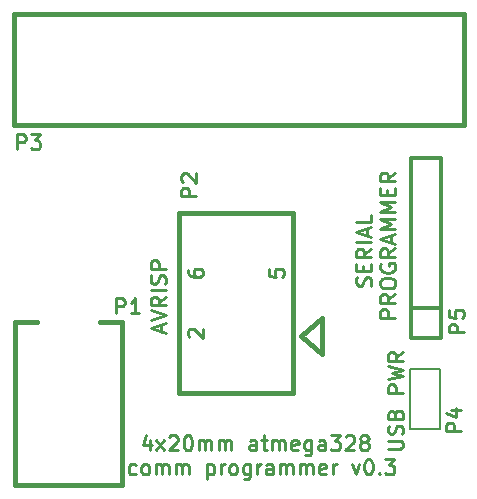
<source format=gto>
G04 (created by PCBNEW (2013-jul-07)-stable) date Tue 18 Aug 2015 02:36:46 PM PDT*
%MOIN*%
G04 Gerber Fmt 3.4, Leading zero omitted, Abs format*
%FSLAX34Y34*%
G01*
G70*
G90*
G04 APERTURE LIST*
%ADD10C,0.00590551*%
%ADD11C,0.01*%
%ADD12C,0.015*%
%ADD13C,0.006*%
%ADD14C,0.012*%
G04 APERTURE END LIST*
G54D10*
G54D11*
X24605Y-33934D02*
X24605Y-34267D01*
X24486Y-33743D02*
X24367Y-34100D01*
X24677Y-34100D01*
X24820Y-34267D02*
X25081Y-33934D01*
X24820Y-33934D02*
X25081Y-34267D01*
X25248Y-33815D02*
X25272Y-33791D01*
X25320Y-33767D01*
X25439Y-33767D01*
X25486Y-33791D01*
X25510Y-33815D01*
X25534Y-33862D01*
X25534Y-33910D01*
X25510Y-33981D01*
X25224Y-34267D01*
X25534Y-34267D01*
X25843Y-33767D02*
X25891Y-33767D01*
X25939Y-33791D01*
X25962Y-33815D01*
X25986Y-33862D01*
X26010Y-33957D01*
X26010Y-34076D01*
X25986Y-34172D01*
X25962Y-34219D01*
X25939Y-34243D01*
X25891Y-34267D01*
X25843Y-34267D01*
X25796Y-34243D01*
X25772Y-34219D01*
X25748Y-34172D01*
X25724Y-34076D01*
X25724Y-33957D01*
X25748Y-33862D01*
X25772Y-33815D01*
X25796Y-33791D01*
X25843Y-33767D01*
X26224Y-34267D02*
X26224Y-33934D01*
X26224Y-33981D02*
X26248Y-33957D01*
X26296Y-33934D01*
X26367Y-33934D01*
X26415Y-33957D01*
X26439Y-34005D01*
X26439Y-34267D01*
X26439Y-34005D02*
X26462Y-33957D01*
X26510Y-33934D01*
X26581Y-33934D01*
X26629Y-33957D01*
X26653Y-34005D01*
X26653Y-34267D01*
X26891Y-34267D02*
X26891Y-33934D01*
X26891Y-33981D02*
X26915Y-33957D01*
X26962Y-33934D01*
X27034Y-33934D01*
X27081Y-33957D01*
X27105Y-34005D01*
X27105Y-34267D01*
X27105Y-34005D02*
X27129Y-33957D01*
X27177Y-33934D01*
X27248Y-33934D01*
X27296Y-33957D01*
X27320Y-34005D01*
X27320Y-34267D01*
X28153Y-34267D02*
X28153Y-34005D01*
X28129Y-33957D01*
X28081Y-33934D01*
X27986Y-33934D01*
X27939Y-33957D01*
X28153Y-34243D02*
X28105Y-34267D01*
X27986Y-34267D01*
X27939Y-34243D01*
X27915Y-34195D01*
X27915Y-34148D01*
X27939Y-34100D01*
X27986Y-34076D01*
X28105Y-34076D01*
X28153Y-34053D01*
X28320Y-33934D02*
X28510Y-33934D01*
X28391Y-33767D02*
X28391Y-34195D01*
X28415Y-34243D01*
X28462Y-34267D01*
X28510Y-34267D01*
X28677Y-34267D02*
X28677Y-33934D01*
X28677Y-33981D02*
X28700Y-33957D01*
X28748Y-33934D01*
X28820Y-33934D01*
X28867Y-33957D01*
X28891Y-34005D01*
X28891Y-34267D01*
X28891Y-34005D02*
X28915Y-33957D01*
X28962Y-33934D01*
X29034Y-33934D01*
X29081Y-33957D01*
X29105Y-34005D01*
X29105Y-34267D01*
X29534Y-34243D02*
X29486Y-34267D01*
X29391Y-34267D01*
X29343Y-34243D01*
X29320Y-34195D01*
X29320Y-34005D01*
X29343Y-33957D01*
X29391Y-33934D01*
X29486Y-33934D01*
X29534Y-33957D01*
X29558Y-34005D01*
X29558Y-34053D01*
X29320Y-34100D01*
X29986Y-33934D02*
X29986Y-34338D01*
X29962Y-34386D01*
X29939Y-34410D01*
X29891Y-34434D01*
X29819Y-34434D01*
X29772Y-34410D01*
X29986Y-34243D02*
X29939Y-34267D01*
X29843Y-34267D01*
X29796Y-34243D01*
X29772Y-34219D01*
X29748Y-34172D01*
X29748Y-34029D01*
X29772Y-33981D01*
X29796Y-33957D01*
X29843Y-33934D01*
X29939Y-33934D01*
X29986Y-33957D01*
X30439Y-34267D02*
X30439Y-34005D01*
X30415Y-33957D01*
X30367Y-33934D01*
X30272Y-33934D01*
X30224Y-33957D01*
X30439Y-34243D02*
X30391Y-34267D01*
X30272Y-34267D01*
X30224Y-34243D01*
X30200Y-34195D01*
X30200Y-34148D01*
X30224Y-34100D01*
X30272Y-34076D01*
X30391Y-34076D01*
X30439Y-34053D01*
X30629Y-33767D02*
X30939Y-33767D01*
X30772Y-33957D01*
X30843Y-33957D01*
X30891Y-33981D01*
X30915Y-34005D01*
X30939Y-34053D01*
X30939Y-34172D01*
X30915Y-34219D01*
X30891Y-34243D01*
X30843Y-34267D01*
X30700Y-34267D01*
X30653Y-34243D01*
X30629Y-34219D01*
X31129Y-33815D02*
X31153Y-33791D01*
X31200Y-33767D01*
X31320Y-33767D01*
X31367Y-33791D01*
X31391Y-33815D01*
X31415Y-33862D01*
X31415Y-33910D01*
X31391Y-33981D01*
X31105Y-34267D01*
X31415Y-34267D01*
X31700Y-33981D02*
X31653Y-33957D01*
X31629Y-33934D01*
X31605Y-33886D01*
X31605Y-33862D01*
X31629Y-33815D01*
X31653Y-33791D01*
X31700Y-33767D01*
X31796Y-33767D01*
X31843Y-33791D01*
X31867Y-33815D01*
X31891Y-33862D01*
X31891Y-33886D01*
X31867Y-33934D01*
X31843Y-33957D01*
X31796Y-33981D01*
X31700Y-33981D01*
X31653Y-34005D01*
X31629Y-34029D01*
X31605Y-34076D01*
X31605Y-34172D01*
X31629Y-34219D01*
X31653Y-34243D01*
X31700Y-34267D01*
X31796Y-34267D01*
X31843Y-34243D01*
X31867Y-34219D01*
X31891Y-34172D01*
X31891Y-34076D01*
X31867Y-34029D01*
X31843Y-34005D01*
X31796Y-33981D01*
X24129Y-35043D02*
X24081Y-35067D01*
X23986Y-35067D01*
X23939Y-35043D01*
X23915Y-35019D01*
X23891Y-34972D01*
X23891Y-34829D01*
X23915Y-34781D01*
X23939Y-34757D01*
X23986Y-34734D01*
X24081Y-34734D01*
X24129Y-34757D01*
X24415Y-35067D02*
X24367Y-35043D01*
X24343Y-35019D01*
X24320Y-34972D01*
X24320Y-34829D01*
X24343Y-34781D01*
X24367Y-34757D01*
X24415Y-34734D01*
X24486Y-34734D01*
X24534Y-34757D01*
X24558Y-34781D01*
X24581Y-34829D01*
X24581Y-34972D01*
X24558Y-35019D01*
X24534Y-35043D01*
X24486Y-35067D01*
X24415Y-35067D01*
X24796Y-35067D02*
X24796Y-34734D01*
X24796Y-34781D02*
X24820Y-34757D01*
X24867Y-34734D01*
X24939Y-34734D01*
X24986Y-34757D01*
X25010Y-34805D01*
X25010Y-35067D01*
X25010Y-34805D02*
X25034Y-34757D01*
X25081Y-34734D01*
X25153Y-34734D01*
X25200Y-34757D01*
X25224Y-34805D01*
X25224Y-35067D01*
X25462Y-35067D02*
X25462Y-34734D01*
X25462Y-34781D02*
X25486Y-34757D01*
X25534Y-34734D01*
X25605Y-34734D01*
X25653Y-34757D01*
X25677Y-34805D01*
X25677Y-35067D01*
X25677Y-34805D02*
X25700Y-34757D01*
X25748Y-34734D01*
X25820Y-34734D01*
X25867Y-34757D01*
X25891Y-34805D01*
X25891Y-35067D01*
X26510Y-34734D02*
X26510Y-35234D01*
X26510Y-34757D02*
X26558Y-34734D01*
X26653Y-34734D01*
X26700Y-34757D01*
X26724Y-34781D01*
X26748Y-34829D01*
X26748Y-34972D01*
X26724Y-35019D01*
X26700Y-35043D01*
X26653Y-35067D01*
X26558Y-35067D01*
X26510Y-35043D01*
X26962Y-35067D02*
X26962Y-34734D01*
X26962Y-34829D02*
X26986Y-34781D01*
X27010Y-34757D01*
X27058Y-34734D01*
X27105Y-34734D01*
X27343Y-35067D02*
X27296Y-35043D01*
X27272Y-35019D01*
X27248Y-34972D01*
X27248Y-34829D01*
X27272Y-34781D01*
X27296Y-34757D01*
X27343Y-34734D01*
X27415Y-34734D01*
X27462Y-34757D01*
X27486Y-34781D01*
X27510Y-34829D01*
X27510Y-34972D01*
X27486Y-35019D01*
X27462Y-35043D01*
X27415Y-35067D01*
X27343Y-35067D01*
X27939Y-34734D02*
X27939Y-35138D01*
X27915Y-35186D01*
X27891Y-35210D01*
X27843Y-35234D01*
X27772Y-35234D01*
X27724Y-35210D01*
X27939Y-35043D02*
X27891Y-35067D01*
X27796Y-35067D01*
X27748Y-35043D01*
X27724Y-35019D01*
X27700Y-34972D01*
X27700Y-34829D01*
X27724Y-34781D01*
X27748Y-34757D01*
X27796Y-34734D01*
X27891Y-34734D01*
X27939Y-34757D01*
X28177Y-35067D02*
X28177Y-34734D01*
X28177Y-34829D02*
X28200Y-34781D01*
X28224Y-34757D01*
X28272Y-34734D01*
X28320Y-34734D01*
X28700Y-35067D02*
X28700Y-34805D01*
X28677Y-34757D01*
X28629Y-34734D01*
X28534Y-34734D01*
X28486Y-34757D01*
X28700Y-35043D02*
X28653Y-35067D01*
X28534Y-35067D01*
X28486Y-35043D01*
X28462Y-34995D01*
X28462Y-34948D01*
X28486Y-34900D01*
X28534Y-34876D01*
X28653Y-34876D01*
X28700Y-34853D01*
X28939Y-35067D02*
X28939Y-34734D01*
X28939Y-34781D02*
X28962Y-34757D01*
X29010Y-34734D01*
X29081Y-34734D01*
X29129Y-34757D01*
X29153Y-34805D01*
X29153Y-35067D01*
X29153Y-34805D02*
X29177Y-34757D01*
X29224Y-34734D01*
X29296Y-34734D01*
X29343Y-34757D01*
X29367Y-34805D01*
X29367Y-35067D01*
X29605Y-35067D02*
X29605Y-34734D01*
X29605Y-34781D02*
X29629Y-34757D01*
X29677Y-34734D01*
X29748Y-34734D01*
X29796Y-34757D01*
X29820Y-34805D01*
X29820Y-35067D01*
X29820Y-34805D02*
X29843Y-34757D01*
X29891Y-34734D01*
X29962Y-34734D01*
X30010Y-34757D01*
X30034Y-34805D01*
X30034Y-35067D01*
X30462Y-35043D02*
X30415Y-35067D01*
X30320Y-35067D01*
X30272Y-35043D01*
X30248Y-34995D01*
X30248Y-34805D01*
X30272Y-34757D01*
X30320Y-34734D01*
X30415Y-34734D01*
X30462Y-34757D01*
X30486Y-34805D01*
X30486Y-34853D01*
X30248Y-34900D01*
X30700Y-35067D02*
X30700Y-34734D01*
X30700Y-34829D02*
X30724Y-34781D01*
X30748Y-34757D01*
X30796Y-34734D01*
X30843Y-34734D01*
X31343Y-34734D02*
X31462Y-35067D01*
X31581Y-34734D01*
X31867Y-34567D02*
X31915Y-34567D01*
X31962Y-34591D01*
X31986Y-34615D01*
X32010Y-34662D01*
X32034Y-34757D01*
X32034Y-34876D01*
X32010Y-34972D01*
X31986Y-35019D01*
X31962Y-35043D01*
X31915Y-35067D01*
X31867Y-35067D01*
X31819Y-35043D01*
X31796Y-35019D01*
X31772Y-34972D01*
X31748Y-34876D01*
X31748Y-34757D01*
X31772Y-34662D01*
X31796Y-34615D01*
X31819Y-34591D01*
X31867Y-34567D01*
X32248Y-35019D02*
X32272Y-35043D01*
X32248Y-35067D01*
X32224Y-35043D01*
X32248Y-35019D01*
X32248Y-35067D01*
X32439Y-34567D02*
X32748Y-34567D01*
X32581Y-34757D01*
X32653Y-34757D01*
X32700Y-34781D01*
X32724Y-34805D01*
X32748Y-34853D01*
X32748Y-34972D01*
X32724Y-35019D01*
X32700Y-35043D01*
X32653Y-35067D01*
X32510Y-35067D01*
X32462Y-35043D01*
X32439Y-35019D01*
X32532Y-34227D02*
X32937Y-34227D01*
X32984Y-34203D01*
X33008Y-34179D01*
X33032Y-34131D01*
X33032Y-34036D01*
X33008Y-33989D01*
X32984Y-33965D01*
X32937Y-33941D01*
X32532Y-33941D01*
X33008Y-33727D02*
X33032Y-33655D01*
X33032Y-33536D01*
X33008Y-33489D01*
X32984Y-33465D01*
X32937Y-33441D01*
X32889Y-33441D01*
X32841Y-33465D01*
X32818Y-33489D01*
X32794Y-33536D01*
X32770Y-33631D01*
X32746Y-33679D01*
X32722Y-33703D01*
X32675Y-33727D01*
X32627Y-33727D01*
X32580Y-33703D01*
X32556Y-33679D01*
X32532Y-33631D01*
X32532Y-33512D01*
X32556Y-33441D01*
X32770Y-33060D02*
X32794Y-32989D01*
X32818Y-32965D01*
X32865Y-32941D01*
X32937Y-32941D01*
X32984Y-32965D01*
X33008Y-32989D01*
X33032Y-33036D01*
X33032Y-33227D01*
X32532Y-33227D01*
X32532Y-33060D01*
X32556Y-33012D01*
X32580Y-32989D01*
X32627Y-32965D01*
X32675Y-32965D01*
X32722Y-32989D01*
X32746Y-33012D01*
X32770Y-33060D01*
X32770Y-33227D01*
X33032Y-32346D02*
X32532Y-32346D01*
X32532Y-32155D01*
X32556Y-32108D01*
X32580Y-32084D01*
X32627Y-32060D01*
X32699Y-32060D01*
X32746Y-32084D01*
X32770Y-32108D01*
X32794Y-32155D01*
X32794Y-32346D01*
X32532Y-31893D02*
X33032Y-31774D01*
X32675Y-31679D01*
X33032Y-31584D01*
X32532Y-31465D01*
X33032Y-30989D02*
X32794Y-31155D01*
X33032Y-31274D02*
X32532Y-31274D01*
X32532Y-31084D01*
X32556Y-31036D01*
X32580Y-31012D01*
X32627Y-30989D01*
X32699Y-30989D01*
X32746Y-31012D01*
X32770Y-31036D01*
X32794Y-31084D01*
X32794Y-31274D01*
X31958Y-28785D02*
X31982Y-28713D01*
X31982Y-28594D01*
X31958Y-28547D01*
X31934Y-28523D01*
X31887Y-28499D01*
X31839Y-28499D01*
X31791Y-28523D01*
X31768Y-28547D01*
X31744Y-28594D01*
X31720Y-28689D01*
X31696Y-28737D01*
X31672Y-28761D01*
X31625Y-28785D01*
X31577Y-28785D01*
X31530Y-28761D01*
X31506Y-28737D01*
X31482Y-28689D01*
X31482Y-28570D01*
X31506Y-28499D01*
X31720Y-28285D02*
X31720Y-28118D01*
X31982Y-28047D02*
X31982Y-28285D01*
X31482Y-28285D01*
X31482Y-28047D01*
X31982Y-27547D02*
X31744Y-27713D01*
X31982Y-27832D02*
X31482Y-27832D01*
X31482Y-27642D01*
X31506Y-27594D01*
X31530Y-27570D01*
X31577Y-27547D01*
X31649Y-27547D01*
X31696Y-27570D01*
X31720Y-27594D01*
X31744Y-27642D01*
X31744Y-27832D01*
X31982Y-27332D02*
X31482Y-27332D01*
X31839Y-27118D02*
X31839Y-26880D01*
X31982Y-27166D02*
X31482Y-26999D01*
X31982Y-26832D01*
X31982Y-26428D02*
X31982Y-26666D01*
X31482Y-26666D01*
X32782Y-29844D02*
X32282Y-29844D01*
X32282Y-29654D01*
X32306Y-29606D01*
X32330Y-29582D01*
X32377Y-29559D01*
X32449Y-29559D01*
X32496Y-29582D01*
X32520Y-29606D01*
X32544Y-29654D01*
X32544Y-29844D01*
X32782Y-29059D02*
X32544Y-29225D01*
X32782Y-29344D02*
X32282Y-29344D01*
X32282Y-29154D01*
X32306Y-29106D01*
X32330Y-29082D01*
X32377Y-29059D01*
X32449Y-29059D01*
X32496Y-29082D01*
X32520Y-29106D01*
X32544Y-29154D01*
X32544Y-29344D01*
X32282Y-28749D02*
X32282Y-28654D01*
X32306Y-28606D01*
X32353Y-28559D01*
X32449Y-28535D01*
X32615Y-28535D01*
X32710Y-28559D01*
X32758Y-28606D01*
X32782Y-28654D01*
X32782Y-28749D01*
X32758Y-28797D01*
X32710Y-28844D01*
X32615Y-28868D01*
X32449Y-28868D01*
X32353Y-28844D01*
X32306Y-28797D01*
X32282Y-28749D01*
X32306Y-28059D02*
X32282Y-28106D01*
X32282Y-28178D01*
X32306Y-28249D01*
X32353Y-28297D01*
X32401Y-28320D01*
X32496Y-28344D01*
X32568Y-28344D01*
X32663Y-28320D01*
X32710Y-28297D01*
X32758Y-28249D01*
X32782Y-28178D01*
X32782Y-28130D01*
X32758Y-28059D01*
X32734Y-28035D01*
X32568Y-28035D01*
X32568Y-28130D01*
X32782Y-27535D02*
X32544Y-27701D01*
X32782Y-27820D02*
X32282Y-27820D01*
X32282Y-27630D01*
X32306Y-27582D01*
X32330Y-27559D01*
X32377Y-27535D01*
X32449Y-27535D01*
X32496Y-27559D01*
X32520Y-27582D01*
X32544Y-27630D01*
X32544Y-27820D01*
X32639Y-27344D02*
X32639Y-27106D01*
X32782Y-27392D02*
X32282Y-27225D01*
X32782Y-27059D01*
X32782Y-26892D02*
X32282Y-26892D01*
X32639Y-26725D01*
X32282Y-26559D01*
X32782Y-26559D01*
X32782Y-26320D02*
X32282Y-26320D01*
X32639Y-26154D01*
X32282Y-25987D01*
X32782Y-25987D01*
X32520Y-25749D02*
X32520Y-25582D01*
X32782Y-25511D02*
X32782Y-25749D01*
X32282Y-25749D01*
X32282Y-25511D01*
X32782Y-25011D02*
X32544Y-25178D01*
X32782Y-25297D02*
X32282Y-25297D01*
X32282Y-25106D01*
X32306Y-25059D01*
X32330Y-25035D01*
X32377Y-25011D01*
X32449Y-25011D01*
X32496Y-25035D01*
X32520Y-25059D01*
X32544Y-25106D01*
X32544Y-25297D01*
X24984Y-30320D02*
X24984Y-30082D01*
X25127Y-30368D02*
X24627Y-30201D01*
X25127Y-30034D01*
X24627Y-29939D02*
X25127Y-29772D01*
X24627Y-29606D01*
X25127Y-29153D02*
X24889Y-29320D01*
X25127Y-29439D02*
X24627Y-29439D01*
X24627Y-29249D01*
X24651Y-29201D01*
X24675Y-29177D01*
X24722Y-29153D01*
X24794Y-29153D01*
X24841Y-29177D01*
X24865Y-29201D01*
X24889Y-29249D01*
X24889Y-29439D01*
X25127Y-28939D02*
X24627Y-28939D01*
X25103Y-28725D02*
X25127Y-28653D01*
X25127Y-28534D01*
X25103Y-28487D01*
X25079Y-28463D01*
X25032Y-28439D01*
X24984Y-28439D01*
X24936Y-28463D01*
X24913Y-28487D01*
X24889Y-28534D01*
X24865Y-28630D01*
X24841Y-28677D01*
X24817Y-28701D01*
X24770Y-28725D01*
X24722Y-28725D01*
X24675Y-28701D01*
X24651Y-28677D01*
X24627Y-28630D01*
X24627Y-28510D01*
X24651Y-28439D01*
X25127Y-28225D02*
X24627Y-28225D01*
X24627Y-28034D01*
X24651Y-27987D01*
X24675Y-27963D01*
X24722Y-27939D01*
X24794Y-27939D01*
X24841Y-27963D01*
X24865Y-27987D01*
X24889Y-28034D01*
X24889Y-28225D01*
G54D12*
X22953Y-29985D02*
X23662Y-29985D01*
X23662Y-29985D02*
X23662Y-35418D01*
X23662Y-35418D02*
X20158Y-35418D01*
X20158Y-35418D02*
X20118Y-35418D01*
X20118Y-35418D02*
X20118Y-29985D01*
X20118Y-29985D02*
X20827Y-29985D01*
X29365Y-32350D02*
X29365Y-26350D01*
X25565Y-32350D02*
X25565Y-26350D01*
X25565Y-26350D02*
X29365Y-26350D01*
X29365Y-32350D02*
X25565Y-32350D01*
X30339Y-31067D02*
X30339Y-29885D01*
X29626Y-30462D02*
X30326Y-31062D01*
X30325Y-29862D02*
X29625Y-30462D01*
X33559Y-19713D02*
X35059Y-19713D01*
X35059Y-19713D02*
X35059Y-20013D01*
X21559Y-19713D02*
X20059Y-19713D01*
X20059Y-19713D02*
X20059Y-19913D01*
X21559Y-23413D02*
X20059Y-23413D01*
X20059Y-23413D02*
X20059Y-19913D01*
X33559Y-23413D02*
X35059Y-23413D01*
X35059Y-23413D02*
X35059Y-19913D01*
X33559Y-23413D02*
X21559Y-23413D01*
X21559Y-19713D02*
X33559Y-19713D01*
G54D13*
X34270Y-33560D02*
X33270Y-33560D01*
X33270Y-33560D02*
X33270Y-31560D01*
X33270Y-31560D02*
X34270Y-31560D01*
X34270Y-31560D02*
X34270Y-33560D01*
G54D14*
X34310Y-30510D02*
X33310Y-30510D01*
X33310Y-30510D02*
X33310Y-24510D01*
X33310Y-24510D02*
X34310Y-24510D01*
X34310Y-24510D02*
X34310Y-30510D01*
X34310Y-29510D02*
X33310Y-29510D01*
G54D11*
X23480Y-29702D02*
X23480Y-29202D01*
X23671Y-29202D01*
X23719Y-29226D01*
X23742Y-29250D01*
X23766Y-29297D01*
X23766Y-29369D01*
X23742Y-29416D01*
X23719Y-29440D01*
X23671Y-29464D01*
X23480Y-29464D01*
X24242Y-29702D02*
X23957Y-29702D01*
X24100Y-29702D02*
X24100Y-29202D01*
X24052Y-29273D01*
X24004Y-29321D01*
X23957Y-29345D01*
X26147Y-25799D02*
X25647Y-25799D01*
X25647Y-25608D01*
X25671Y-25560D01*
X25695Y-25537D01*
X25742Y-25513D01*
X25814Y-25513D01*
X25861Y-25537D01*
X25885Y-25560D01*
X25909Y-25608D01*
X25909Y-25799D01*
X25695Y-25322D02*
X25671Y-25299D01*
X25647Y-25251D01*
X25647Y-25132D01*
X25671Y-25084D01*
X25695Y-25060D01*
X25742Y-25037D01*
X25790Y-25037D01*
X25861Y-25060D01*
X26147Y-25346D01*
X26147Y-25037D01*
X28567Y-28230D02*
X28567Y-28469D01*
X28805Y-28492D01*
X28781Y-28469D01*
X28757Y-28421D01*
X28757Y-28302D01*
X28781Y-28254D01*
X28805Y-28230D01*
X28853Y-28207D01*
X28972Y-28207D01*
X29019Y-28230D01*
X29043Y-28254D01*
X29067Y-28302D01*
X29067Y-28421D01*
X29043Y-28469D01*
X29019Y-28492D01*
X25867Y-28254D02*
X25867Y-28350D01*
X25891Y-28397D01*
X25915Y-28421D01*
X25986Y-28469D01*
X26081Y-28492D01*
X26272Y-28492D01*
X26319Y-28469D01*
X26343Y-28445D01*
X26367Y-28397D01*
X26367Y-28302D01*
X26343Y-28254D01*
X26319Y-28230D01*
X26272Y-28207D01*
X26153Y-28207D01*
X26105Y-28230D01*
X26081Y-28254D01*
X26057Y-28302D01*
X26057Y-28397D01*
X26081Y-28445D01*
X26105Y-28469D01*
X26153Y-28492D01*
X25915Y-30492D02*
X25891Y-30469D01*
X25867Y-30421D01*
X25867Y-30302D01*
X25891Y-30254D01*
X25915Y-30230D01*
X25962Y-30207D01*
X26010Y-30207D01*
X26081Y-30230D01*
X26367Y-30516D01*
X26367Y-30207D01*
X20182Y-24237D02*
X20182Y-23737D01*
X20372Y-23737D01*
X20420Y-23761D01*
X20444Y-23785D01*
X20467Y-23833D01*
X20467Y-23904D01*
X20444Y-23952D01*
X20420Y-23975D01*
X20372Y-23999D01*
X20182Y-23999D01*
X20634Y-23737D02*
X20944Y-23737D01*
X20777Y-23928D01*
X20848Y-23928D01*
X20896Y-23952D01*
X20920Y-23975D01*
X20944Y-24023D01*
X20944Y-24142D01*
X20920Y-24190D01*
X20896Y-24214D01*
X20848Y-24237D01*
X20705Y-24237D01*
X20658Y-24214D01*
X20634Y-24190D01*
X34982Y-33629D02*
X34482Y-33629D01*
X34482Y-33438D01*
X34506Y-33390D01*
X34530Y-33367D01*
X34577Y-33343D01*
X34649Y-33343D01*
X34696Y-33367D01*
X34720Y-33390D01*
X34744Y-33438D01*
X34744Y-33629D01*
X34649Y-32914D02*
X34982Y-32914D01*
X34458Y-33033D02*
X34815Y-33152D01*
X34815Y-32843D01*
X35067Y-30339D02*
X34567Y-30339D01*
X34567Y-30148D01*
X34591Y-30100D01*
X34615Y-30077D01*
X34662Y-30053D01*
X34734Y-30053D01*
X34781Y-30077D01*
X34805Y-30100D01*
X34829Y-30148D01*
X34829Y-30339D01*
X34567Y-29600D02*
X34567Y-29839D01*
X34805Y-29862D01*
X34781Y-29839D01*
X34757Y-29791D01*
X34757Y-29672D01*
X34781Y-29624D01*
X34805Y-29600D01*
X34853Y-29577D01*
X34972Y-29577D01*
X35019Y-29600D01*
X35043Y-29624D01*
X35067Y-29672D01*
X35067Y-29791D01*
X35043Y-29839D01*
X35019Y-29862D01*
M02*

</source>
